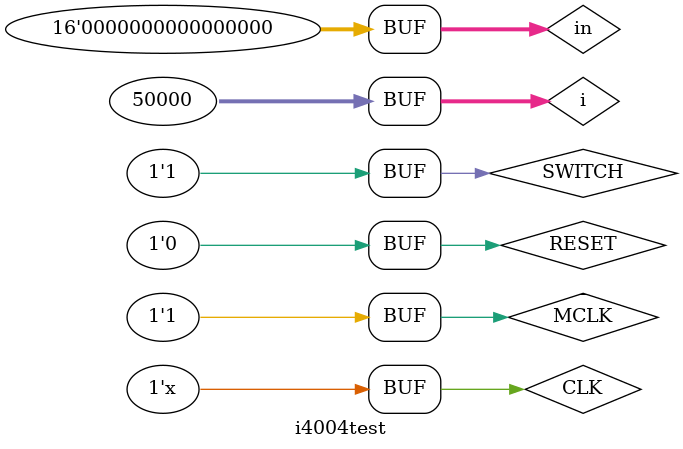
<source format=v>
`timescale 1ns / 1ps


module i4004test;

	// Inputs
	reg CLK;
	reg [15:0] in;
	reg MCLK;
	reg SWITCH;
	reg RESET;

	// Outputs
	wire [7:0] seg_pattern;
	wire [3:0] seg_digit;
	wire DMD_CLR;
	wire [3:0] dmd_seg;
	wire [15:0] dmd_column;
	wire DMD_CLK;

	// Instantiate the Unit Under Test (UUT)
	Main uut (
		.CLK(CLK), 
		.in(in), 
		.MCLK(MCLK), 
		.SWITCH(SWITCH), 
		.RESET(RESET), 
		.seg_pattern(seg_pattern), 
		.seg_digit(seg_digit), 
		.DMD_CLR(DMD_CLR), 
		.dmd_seg(dmd_seg), 
		.dmd_column(dmd_column), 
		.DMD_CLK(DMD_CLK)
	);
	integer i = 0;
	initial begin
		// Initialize Inputs
		CLK = 0;
		MCLK = 0;
		SWITCH = 0;
		RESET = 0;
		
		//D5 B0
		
		in = 16'b0000_1101_1010_1011;
		#100;
		MCLK = 1;
		#100;
		//D0 B1
		MCLK = 0;
		#100;
		in = 16'b1000_1101_0000_1011;
		MCLK = 1;
		#100;
		//D0 B2
		MCLK = 0;
		#100;
		in = 16'b0100_1101_0000_1011;
		MCLK = 1;
		#100;
		//D0 B3
		MCLK = 0;
		#100;
		in = 16'b1100_1101_0000_1011;
		MCLK = 1;
		#100;
		//70 0C
		MCLK = 0;
		#100;
		in = 16'b0011_0000_0000_1110;
		MCLK = 1;
		#100;
		//40 16
		MCLK = 0;
		#100;
		in = 16'b0110_1000_0000_0010;
		MCLK = 1;
		#100;
		//61 A1
		MCLK = 0;
		#100;
		in = 16'b1000_0101_1000_0110;
		MCLK = 1;
		#100;
		//82 B2
		MCLK = 0;
		#100;
		in = 16'b0100_1101_0100_0001;
		MCLK = 1;
		#100;
		//1A 14
		MCLK = 0;
		#100;
		in = 16'b0010_1000_0101_1000;
		MCLK = 1;
		#100;
		//63 F1
		MCLK = 0;
		#100;
		in = 16'b1000_1111_1100_0110;
		MCLK = 1;
		#100;
		//40 08
		MCLK = 0;
		#100;
		in = 16'b0001_0000_0000_0010;
		MCLK = 1;
		#100;
		//63 F1
		MCLK = 0;
		#100;
		in = 16'b1000_0000_0000_0000;
		MCLK = 1;
		#100;
		
		SWITCH = 1;
		in[15] = 0;
		#100;
		for (i = 0; i < 50000; i = i + 1)begin
			#100;
			MCLK = ~MCLK;
		end
	end
   always begin
		#1 CLK = ~CLK;
	end
endmodule


</source>
